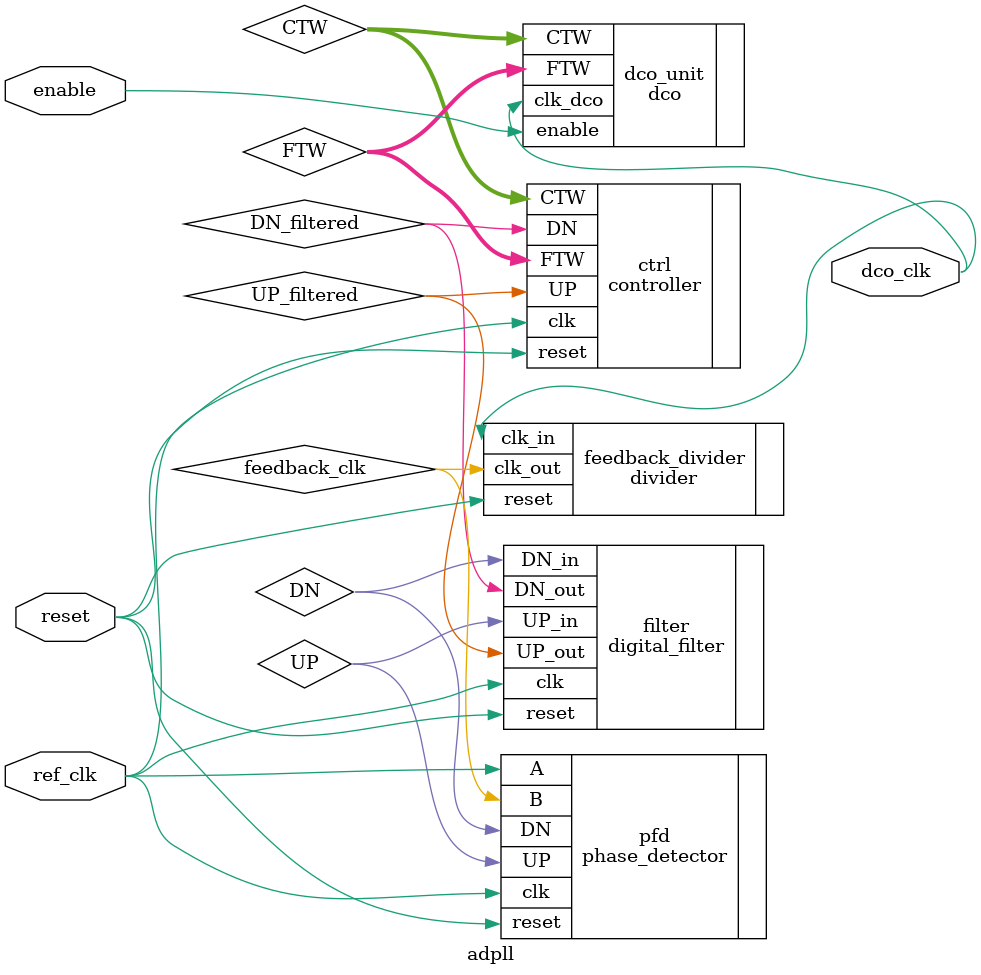
<source format=v>
module adpll (
  input wire ref_clk,      // Reference clock (e.g., 10 MHz)
  input wire reset,        // Active-high reset
  input wire enable,       // Enable DCO oscillation
  output wire dco_clk      // DCO output clock
);

  // Internal signals
  wire feedback_clk;       // DCO output divided by N
  wire UP, DN;             // Phase detector outputs
  wire UP_filtered;        // Filtered UP signal
  wire DN_filtered;        // Filtered DN signal
  wire [7:0] CTW;          // Coarse Tuning Word (VLRO stages)
  wire [7:0] FTW;          // Fine Tuning Word (path selection)

  //-------------------------------------------------------
  // Feedback Divider (DCO output ÷ N)
  //-------------------------------------------------------
  divider #(
    .DIV_RATIO(8)          // Example: Divide-by-8
  ) feedback_divider (
    .clk_in(dco_clk),
    .reset(reset),
    .clk_out(feedback_clk)
  );

  //-------------------------------------------------------
  // Phase-Frequency Detector (PFD)
  //-------------------------------------------------------
  phase_detector pfd (
    .clk(ref_clk),
    .reset(reset),
    .A(ref_clk),           // Reference clock
    .B(feedback_clk),      // Divided DCO feedback
    .UP(UP),
    .DN(DN)
  );

  //-------------------------------------------------------
  // Digital Glitch Filter
  //-------------------------------------------------------
  digital_filter filter (
    .clk(ref_clk),
    .reset(reset),
    .UP_in(UP),
    .DN_in(DN),
    .UP_out(UP_filtered),
    .DN_out(DN_filtered)
  );

  //-------------------------------------------------------
  // Controller (Generates CTW/FTW for DCO)
  //-------------------------------------------------------
  controller ctrl (
    .clk(ref_clk),
    .reset(reset),
    .UP(UP_filtered),
    .DN(DN_filtered),
    .CTW(CTW),
    .FTW(FTW)
  );

  //-------------------------------------------------------
  // Digitally Controlled Oscillator (DCO)
  //-------------------------------------------------------
  dco dco_unit (
    .CTW(CTW),            // Coarse Tuning Word
    .FTW(FTW),            // Fine Tuning Word
    .enable(enable),      // Enable oscillation
    .clk_dco(dco_clk)     // DCO output clock
  );

endmodule
</source>
